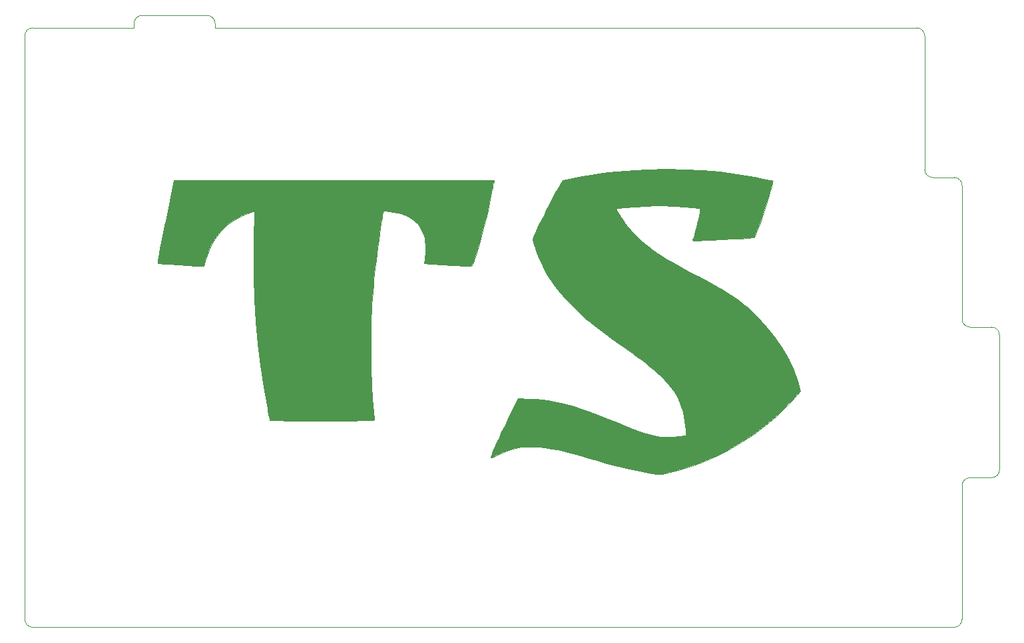
<source format=gbr>
%TF.GenerationSoftware,KiCad,Pcbnew,(6.0.0-rc1-dev-1291-g61b749f0b)*%
%TF.CreationDate,2018-12-05T20:52:08+02:00*%
%TF.ProjectId,TS48_left,54533438-5f6c-4656-9674-2e6b69636164,rev?*%
%TF.SameCoordinates,Original*%
%TF.FileFunction,Legend,Top*%
%TF.FilePolarity,Positive*%
%FSLAX46Y46*%
G04 Gerber Fmt 4.6, Leading zero omitted, Abs format (unit mm)*
G04 Created by KiCad (PCBNEW (6.0.0-rc1-dev-1291-g61b749f0b)) date 12/5/2018 8:52:08 PM*
%MOMM*%
%LPD*%
G01*
G04 APERTURE LIST*
%ADD10C,0.100000*%
%ADD11C,0.010000*%
G04 APERTURE END LIST*
D10*
X90995500Y-142938500D02*
X208153000Y-142938500D01*
X89979500Y-67627500D02*
X89979500Y-141922500D01*
X103886000Y-66611500D02*
X90995500Y-66611500D01*
X114173000Y-66611500D02*
X203390500Y-66611500D01*
X204406500Y-84645500D02*
X204406500Y-67627500D01*
X208153000Y-85661500D02*
X205422500Y-85661500D01*
X209169000Y-103695500D02*
X209169000Y-86677500D01*
X212915500Y-104711500D02*
X210185000Y-104711500D01*
X213931500Y-122872500D02*
X213931500Y-105727500D01*
X212915500Y-123888500D02*
X210185000Y-123888500D01*
X209169000Y-141922500D02*
X209169000Y-124904500D01*
X209169000Y-141922500D02*
G75*
G02X208151731Y-142939769I-1017269J0D01*
G01*
X90995500Y-142938500D02*
G75*
G02X89978231Y-141921231I0J1017269D01*
G01*
X89979500Y-67627500D02*
G75*
G02X90996769Y-66610231I1017269J0D01*
G01*
X114173000Y-66040000D02*
X114173000Y-66611500D01*
X104902000Y-65024000D02*
X113157000Y-65024000D01*
X103886000Y-66040000D02*
X103886000Y-66611500D01*
X103884731Y-66041269D02*
G75*
G02X104902000Y-65024000I1017269J0D01*
G01*
X113155731Y-65022731D02*
G75*
G02X114173000Y-66040000I0J-1017269D01*
G01*
X203389231Y-66610231D02*
G75*
G02X204406500Y-67627500I0J-1017269D01*
G01*
X205422500Y-85661500D02*
G75*
G02X204405231Y-84644231I0J1017269D01*
G01*
X208153000Y-85661500D02*
G75*
G02X209170269Y-86678769I0J-1017269D01*
G01*
X210185000Y-104711500D02*
G75*
G02X209167731Y-103694231I0J1017269D01*
G01*
X212915500Y-104711500D02*
G75*
G02X213932769Y-105728769I0J-1017269D01*
G01*
X209167731Y-124905769D02*
G75*
G02X210185000Y-123888500I1017269J0D01*
G01*
X213931500Y-122872500D02*
G75*
G02X212914231Y-123889769I-1017269J0D01*
G01*
D11*
G36*
X149608023Y-86184828D02*
X149577428Y-86331735D01*
X149519032Y-86618947D01*
X149439189Y-87014956D01*
X149344252Y-87488256D01*
X149250323Y-87958448D01*
X149063487Y-88860844D01*
X148851048Y-89827972D01*
X148623583Y-90815258D01*
X148391666Y-91778125D01*
X148165874Y-92671999D01*
X147956781Y-93452304D01*
X147894883Y-93671582D01*
X147750941Y-94160736D01*
X147590536Y-94684301D01*
X147423625Y-95212041D01*
X147260166Y-95713723D01*
X147110117Y-96159112D01*
X146983436Y-96517972D01*
X146890080Y-96760071D01*
X146850325Y-96843195D01*
X146809275Y-96877815D01*
X146724211Y-96902474D01*
X146577246Y-96917014D01*
X146350494Y-96921273D01*
X146026067Y-96915094D01*
X145586081Y-96898315D01*
X145012647Y-96870779D01*
X144287881Y-96832324D01*
X144027070Y-96818018D01*
X143338435Y-96779180D01*
X142695427Y-96741283D01*
X142121837Y-96705855D01*
X141641459Y-96674425D01*
X141278085Y-96648522D01*
X141055508Y-96629674D01*
X141008693Y-96624070D01*
X140733827Y-96581425D01*
X140825416Y-96211316D01*
X140884888Y-95842190D01*
X140918490Y-95357303D01*
X140927156Y-94808811D01*
X140911821Y-94248873D01*
X140873420Y-93729646D01*
X140812886Y-93303287D01*
X140770124Y-93126035D01*
X140442971Y-92323685D01*
X139982344Y-91633135D01*
X139391486Y-91056669D01*
X138673638Y-90596571D01*
X137832043Y-90255124D01*
X136869943Y-90034611D01*
X136281645Y-89964957D01*
X135931053Y-89938135D01*
X135717026Y-89934258D01*
X135601640Y-89960781D01*
X135546975Y-90025157D01*
X135520062Y-90114648D01*
X135460492Y-90402003D01*
X135384274Y-90841179D01*
X135294362Y-91409923D01*
X135193712Y-92085984D01*
X135085279Y-92847109D01*
X134972018Y-93671047D01*
X134856885Y-94535546D01*
X134742835Y-95418354D01*
X134632824Y-96297219D01*
X134529806Y-97149891D01*
X134436736Y-97954116D01*
X134356571Y-98687642D01*
X134292266Y-99328219D01*
X134282575Y-99432242D01*
X134103115Y-101853398D01*
X133996054Y-104395552D01*
X133961401Y-107020185D01*
X133999166Y-109688779D01*
X134109357Y-112362816D01*
X134278900Y-114845945D01*
X134320413Y-115358177D01*
X134356386Y-115813340D01*
X134384508Y-116181283D01*
X134402471Y-116431853D01*
X134408042Y-116531980D01*
X134323201Y-116553748D01*
X134079632Y-116573386D01*
X133693768Y-116590895D01*
X133182040Y-116606270D01*
X132560881Y-116619512D01*
X131846722Y-116630617D01*
X131055996Y-116639585D01*
X130205133Y-116646413D01*
X129310568Y-116651099D01*
X128388730Y-116653642D01*
X127456053Y-116654040D01*
X126528968Y-116652291D01*
X125623907Y-116648393D01*
X124757303Y-116642344D01*
X123945587Y-116634143D01*
X123205191Y-116623788D01*
X122552547Y-116611277D01*
X122004088Y-116596608D01*
X121576244Y-116579779D01*
X121285449Y-116560788D01*
X121148134Y-116539634D01*
X121139467Y-116533448D01*
X121110724Y-116413257D01*
X121055963Y-116153156D01*
X120981730Y-115785358D01*
X120894570Y-115342072D01*
X120841310Y-115066379D01*
X120351951Y-112310065D01*
X119946433Y-109566150D01*
X119622547Y-106807544D01*
X119378085Y-104007153D01*
X119210836Y-101137886D01*
X119118593Y-98172650D01*
X119099145Y-95084352D01*
X119110779Y-93843387D01*
X119163830Y-89918670D01*
X118968867Y-89977859D01*
X117774181Y-90426220D01*
X116688313Y-91010593D01*
X115715951Y-91726124D01*
X114861784Y-92567959D01*
X114130503Y-93531246D01*
X113526796Y-94611132D01*
X113055354Y-95802762D01*
X112926294Y-96231549D01*
X112730456Y-96934708D01*
X112204938Y-96928901D01*
X111880738Y-96920451D01*
X111448400Y-96902059D01*
X110933718Y-96875497D01*
X110362486Y-96842536D01*
X109760499Y-96804947D01*
X109153550Y-96764500D01*
X108567434Y-96722967D01*
X108027944Y-96682118D01*
X107560876Y-96643725D01*
X107192022Y-96609559D01*
X106947177Y-96581390D01*
X106852502Y-96561415D01*
X106858048Y-96466177D01*
X106896803Y-96214425D01*
X106965904Y-95821060D01*
X107062489Y-95300987D01*
X107183697Y-94669109D01*
X107326665Y-93940328D01*
X107488533Y-93129549D01*
X107666437Y-92251674D01*
X107857516Y-91321607D01*
X107874088Y-91241521D01*
X108961805Y-85987759D01*
X149651379Y-85987759D01*
X149608023Y-86184828D01*
X149608023Y-86184828D01*
G37*
X149608023Y-86184828D02*
X149577428Y-86331735D01*
X149519032Y-86618947D01*
X149439189Y-87014956D01*
X149344252Y-87488256D01*
X149250323Y-87958448D01*
X149063487Y-88860844D01*
X148851048Y-89827972D01*
X148623583Y-90815258D01*
X148391666Y-91778125D01*
X148165874Y-92671999D01*
X147956781Y-93452304D01*
X147894883Y-93671582D01*
X147750941Y-94160736D01*
X147590536Y-94684301D01*
X147423625Y-95212041D01*
X147260166Y-95713723D01*
X147110117Y-96159112D01*
X146983436Y-96517972D01*
X146890080Y-96760071D01*
X146850325Y-96843195D01*
X146809275Y-96877815D01*
X146724211Y-96902474D01*
X146577246Y-96917014D01*
X146350494Y-96921273D01*
X146026067Y-96915094D01*
X145586081Y-96898315D01*
X145012647Y-96870779D01*
X144287881Y-96832324D01*
X144027070Y-96818018D01*
X143338435Y-96779180D01*
X142695427Y-96741283D01*
X142121837Y-96705855D01*
X141641459Y-96674425D01*
X141278085Y-96648522D01*
X141055508Y-96629674D01*
X141008693Y-96624070D01*
X140733827Y-96581425D01*
X140825416Y-96211316D01*
X140884888Y-95842190D01*
X140918490Y-95357303D01*
X140927156Y-94808811D01*
X140911821Y-94248873D01*
X140873420Y-93729646D01*
X140812886Y-93303287D01*
X140770124Y-93126035D01*
X140442971Y-92323685D01*
X139982344Y-91633135D01*
X139391486Y-91056669D01*
X138673638Y-90596571D01*
X137832043Y-90255124D01*
X136869943Y-90034611D01*
X136281645Y-89964957D01*
X135931053Y-89938135D01*
X135717026Y-89934258D01*
X135601640Y-89960781D01*
X135546975Y-90025157D01*
X135520062Y-90114648D01*
X135460492Y-90402003D01*
X135384274Y-90841179D01*
X135294362Y-91409923D01*
X135193712Y-92085984D01*
X135085279Y-92847109D01*
X134972018Y-93671047D01*
X134856885Y-94535546D01*
X134742835Y-95418354D01*
X134632824Y-96297219D01*
X134529806Y-97149891D01*
X134436736Y-97954116D01*
X134356571Y-98687642D01*
X134292266Y-99328219D01*
X134282575Y-99432242D01*
X134103115Y-101853398D01*
X133996054Y-104395552D01*
X133961401Y-107020185D01*
X133999166Y-109688779D01*
X134109357Y-112362816D01*
X134278900Y-114845945D01*
X134320413Y-115358177D01*
X134356386Y-115813340D01*
X134384508Y-116181283D01*
X134402471Y-116431853D01*
X134408042Y-116531980D01*
X134323201Y-116553748D01*
X134079632Y-116573386D01*
X133693768Y-116590895D01*
X133182040Y-116606270D01*
X132560881Y-116619512D01*
X131846722Y-116630617D01*
X131055996Y-116639585D01*
X130205133Y-116646413D01*
X129310568Y-116651099D01*
X128388730Y-116653642D01*
X127456053Y-116654040D01*
X126528968Y-116652291D01*
X125623907Y-116648393D01*
X124757303Y-116642344D01*
X123945587Y-116634143D01*
X123205191Y-116623788D01*
X122552547Y-116611277D01*
X122004088Y-116596608D01*
X121576244Y-116579779D01*
X121285449Y-116560788D01*
X121148134Y-116539634D01*
X121139467Y-116533448D01*
X121110724Y-116413257D01*
X121055963Y-116153156D01*
X120981730Y-115785358D01*
X120894570Y-115342072D01*
X120841310Y-115066379D01*
X120351951Y-112310065D01*
X119946433Y-109566150D01*
X119622547Y-106807544D01*
X119378085Y-104007153D01*
X119210836Y-101137886D01*
X119118593Y-98172650D01*
X119099145Y-95084352D01*
X119110779Y-93843387D01*
X119163830Y-89918670D01*
X118968867Y-89977859D01*
X117774181Y-90426220D01*
X116688313Y-91010593D01*
X115715951Y-91726124D01*
X114861784Y-92567959D01*
X114130503Y-93531246D01*
X113526796Y-94611132D01*
X113055354Y-95802762D01*
X112926294Y-96231549D01*
X112730456Y-96934708D01*
X112204938Y-96928901D01*
X111880738Y-96920451D01*
X111448400Y-96902059D01*
X110933718Y-96875497D01*
X110362486Y-96842536D01*
X109760499Y-96804947D01*
X109153550Y-96764500D01*
X108567434Y-96722967D01*
X108027944Y-96682118D01*
X107560876Y-96643725D01*
X107192022Y-96609559D01*
X106947177Y-96581390D01*
X106852502Y-96561415D01*
X106858048Y-96466177D01*
X106896803Y-96214425D01*
X106965904Y-95821060D01*
X107062489Y-95300987D01*
X107183697Y-94669109D01*
X107326665Y-93940328D01*
X107488533Y-93129549D01*
X107666437Y-92251674D01*
X107857516Y-91321607D01*
X107874088Y-91241521D01*
X108961805Y-85987759D01*
X149651379Y-85987759D01*
X149608023Y-86184828D01*
G36*
X173876188Y-84639529D02*
X176115125Y-84753201D01*
X178320346Y-84953291D01*
X180533124Y-85243073D01*
X182794731Y-85625817D01*
X183798431Y-85820986D01*
X184244131Y-85910526D01*
X184624031Y-85986261D01*
X184907394Y-86042110D01*
X185063487Y-86071990D01*
X185083976Y-86075345D01*
X185071664Y-86154850D01*
X185021446Y-86372978D01*
X184940750Y-86699147D01*
X184837004Y-87102774D01*
X184802110Y-87235862D01*
X184527639Y-88216947D01*
X184200985Y-89284775D01*
X183844073Y-90372225D01*
X183478829Y-91412171D01*
X183175787Y-92214771D01*
X182742063Y-93317991D01*
X180975225Y-93423469D01*
X180370846Y-93458219D01*
X179696724Y-93494715D01*
X178980839Y-93531654D01*
X178251171Y-93567730D01*
X177535700Y-93601640D01*
X176862405Y-93632079D01*
X176259266Y-93657743D01*
X175754262Y-93677329D01*
X175375375Y-93689531D01*
X175191947Y-93693045D01*
X174977194Y-93683301D01*
X174900111Y-93636473D01*
X174919690Y-93542069D01*
X175011748Y-93290571D01*
X175122541Y-92931341D01*
X175245186Y-92493407D01*
X175372801Y-92005794D01*
X175498506Y-91497528D01*
X175615417Y-90997634D01*
X175716654Y-90535140D01*
X175795333Y-90139071D01*
X175844574Y-89838453D01*
X175857494Y-89662312D01*
X175847359Y-89629410D01*
X175726624Y-89600900D01*
X175459361Y-89564012D01*
X175073876Y-89521196D01*
X174598479Y-89474898D01*
X174061477Y-89427566D01*
X173491179Y-89381648D01*
X172915893Y-89339591D01*
X172363928Y-89303844D01*
X171863591Y-89276853D01*
X171675973Y-89268730D01*
X171160526Y-89257024D01*
X170566921Y-89257896D01*
X169917164Y-89269963D01*
X169233257Y-89291840D01*
X168537206Y-89322145D01*
X167851016Y-89359494D01*
X167196690Y-89402504D01*
X166596234Y-89449791D01*
X166071652Y-89499972D01*
X165644948Y-89551663D01*
X165338127Y-89603482D01*
X165173194Y-89654044D01*
X165150800Y-89678958D01*
X165199602Y-89799217D01*
X165333763Y-90032274D01*
X165534912Y-90349768D01*
X165784682Y-90723337D01*
X166064703Y-91124619D01*
X166277185Y-91418104D01*
X166692840Y-91940144D01*
X167206779Y-92520311D01*
X167775461Y-93113919D01*
X168355341Y-93676282D01*
X168902876Y-94162716D01*
X169135973Y-94351864D01*
X169718561Y-94791560D01*
X170340123Y-95228991D01*
X171018301Y-95674791D01*
X171770737Y-96139596D01*
X172615072Y-96634038D01*
X173568947Y-97168752D01*
X174650005Y-97754373D01*
X175711075Y-98315312D01*
X176857278Y-98923650D01*
X177861537Y-99475385D01*
X178742791Y-99983208D01*
X179519978Y-100459815D01*
X180212037Y-100917897D01*
X180837906Y-101370147D01*
X181416525Y-101829259D01*
X181966833Y-102307927D01*
X182507767Y-102818842D01*
X182670229Y-102979483D01*
X184024966Y-104416434D01*
X185206422Y-105850595D01*
X186216394Y-107284872D01*
X187056681Y-108722170D01*
X187729081Y-110165396D01*
X188235391Y-111617456D01*
X188401743Y-112242197D01*
X188555419Y-112877670D01*
X188071128Y-113469617D01*
X186936441Y-114743025D01*
X185648375Y-115984652D01*
X184227802Y-117180660D01*
X182695593Y-118317208D01*
X181072621Y-119380455D01*
X179379757Y-120356561D01*
X177637875Y-121231686D01*
X175867845Y-121991990D01*
X174434938Y-122511799D01*
X173366582Y-122850297D01*
X172430760Y-123112304D01*
X171632626Y-123296688D01*
X170977332Y-123402316D01*
X170470031Y-123428057D01*
X170318387Y-123416808D01*
X169287420Y-123266247D01*
X168116714Y-123048528D01*
X166826305Y-122768299D01*
X165436230Y-122430213D01*
X163966527Y-122038918D01*
X162437232Y-121599066D01*
X162267112Y-121548182D01*
X160938842Y-121157979D01*
X159755131Y-120829502D01*
X158698037Y-120559061D01*
X157749617Y-120342971D01*
X156891930Y-120177543D01*
X156107034Y-120059090D01*
X155376986Y-119983924D01*
X154683843Y-119948358D01*
X154465283Y-119944725D01*
X153953678Y-119949648D01*
X153461487Y-119970693D01*
X153041465Y-120004725D01*
X152757352Y-120046226D01*
X152016150Y-120237120D01*
X151226244Y-120498356D01*
X150467335Y-120801425D01*
X149932697Y-121056618D01*
X149621017Y-121211735D01*
X149376872Y-121317018D01*
X149233708Y-121358915D01*
X149210111Y-121349380D01*
X149247247Y-121197807D01*
X149353106Y-120907679D01*
X149519363Y-120497758D01*
X149737693Y-119986809D01*
X149999770Y-119393593D01*
X150297271Y-118736874D01*
X150621869Y-118035415D01*
X150965241Y-117307978D01*
X151319060Y-116573328D01*
X151429896Y-116346376D01*
X152669766Y-113816373D01*
X154202525Y-113866119D01*
X154998360Y-113903458D01*
X155767527Y-113965600D01*
X156526045Y-114057030D01*
X157289929Y-114182239D01*
X158075198Y-114345714D01*
X158897869Y-114551942D01*
X159773959Y-114805413D01*
X160719485Y-115110614D01*
X161750465Y-115472034D01*
X162882916Y-115894161D01*
X164132855Y-116381482D01*
X165516300Y-116938487D01*
X166271080Y-117247812D01*
X167294652Y-117659158D01*
X168188309Y-117993517D01*
X168976677Y-118256383D01*
X169684381Y-118453247D01*
X170336045Y-118589602D01*
X170956296Y-118670943D01*
X171569757Y-118702760D01*
X172201055Y-118690548D01*
X172615545Y-118663003D01*
X173039909Y-118624943D01*
X173420711Y-118584502D01*
X173711436Y-118546988D01*
X173849959Y-118522141D01*
X173975762Y-118482988D01*
X174042725Y-118416840D01*
X174063519Y-118280608D01*
X174050816Y-118031203D01*
X174038441Y-117881181D01*
X173898752Y-116674869D01*
X173686447Y-115602495D01*
X173387064Y-114633660D01*
X172986146Y-113737964D01*
X172469232Y-112885007D01*
X171821864Y-112044388D01*
X171029581Y-111185707D01*
X170698336Y-110858802D01*
X170311678Y-110489148D01*
X169955574Y-110159330D01*
X169608542Y-109852365D01*
X169249101Y-109551271D01*
X168855769Y-109239063D01*
X168407067Y-108898760D01*
X167881511Y-108513377D01*
X167257621Y-108065934D01*
X166513916Y-107539446D01*
X166383502Y-107447535D01*
X165365502Y-106726769D01*
X164475040Y-106087416D01*
X163693349Y-105514558D01*
X163001659Y-104993279D01*
X162381200Y-104508662D01*
X161813206Y-104045790D01*
X161278906Y-103589745D01*
X160759531Y-103125612D01*
X160236313Y-102638471D01*
X159772946Y-102193626D01*
X158874853Y-101288771D01*
X158103051Y-100435699D01*
X157431012Y-99600571D01*
X156832209Y-98749545D01*
X156280113Y-97848781D01*
X156063452Y-97461552D01*
X155814163Y-96968720D01*
X155537868Y-96362484D01*
X155257328Y-95697394D01*
X154995305Y-95028001D01*
X154774561Y-94408854D01*
X154720164Y-94242239D01*
X154618063Y-93901275D01*
X154571512Y-93668379D01*
X154575392Y-93487292D01*
X154624582Y-93301752D01*
X154632492Y-93278791D01*
X154720581Y-93063415D01*
X154878086Y-92716409D01*
X155093215Y-92261354D01*
X155354173Y-91721829D01*
X155649168Y-91121415D01*
X155966406Y-90483693D01*
X156294093Y-89832243D01*
X156620437Y-89190645D01*
X156933643Y-88582480D01*
X157221919Y-88031329D01*
X157473471Y-87560771D01*
X157668404Y-87208611D01*
X158343920Y-86020842D01*
X159667188Y-85743161D01*
X160858010Y-85503072D01*
X161971058Y-85301169D01*
X163042028Y-85133360D01*
X164106621Y-84995554D01*
X165200536Y-84883658D01*
X166359469Y-84793583D01*
X167619122Y-84721235D01*
X169015191Y-84662524D01*
X169132072Y-84658356D01*
X171562261Y-84609005D01*
X173876188Y-84639529D01*
X173876188Y-84639529D01*
G37*
X173876188Y-84639529D02*
X176115125Y-84753201D01*
X178320346Y-84953291D01*
X180533124Y-85243073D01*
X182794731Y-85625817D01*
X183798431Y-85820986D01*
X184244131Y-85910526D01*
X184624031Y-85986261D01*
X184907394Y-86042110D01*
X185063487Y-86071990D01*
X185083976Y-86075345D01*
X185071664Y-86154850D01*
X185021446Y-86372978D01*
X184940750Y-86699147D01*
X184837004Y-87102774D01*
X184802110Y-87235862D01*
X184527639Y-88216947D01*
X184200985Y-89284775D01*
X183844073Y-90372225D01*
X183478829Y-91412171D01*
X183175787Y-92214771D01*
X182742063Y-93317991D01*
X180975225Y-93423469D01*
X180370846Y-93458219D01*
X179696724Y-93494715D01*
X178980839Y-93531654D01*
X178251171Y-93567730D01*
X177535700Y-93601640D01*
X176862405Y-93632079D01*
X176259266Y-93657743D01*
X175754262Y-93677329D01*
X175375375Y-93689531D01*
X175191947Y-93693045D01*
X174977194Y-93683301D01*
X174900111Y-93636473D01*
X174919690Y-93542069D01*
X175011748Y-93290571D01*
X175122541Y-92931341D01*
X175245186Y-92493407D01*
X175372801Y-92005794D01*
X175498506Y-91497528D01*
X175615417Y-90997634D01*
X175716654Y-90535140D01*
X175795333Y-90139071D01*
X175844574Y-89838453D01*
X175857494Y-89662312D01*
X175847359Y-89629410D01*
X175726624Y-89600900D01*
X175459361Y-89564012D01*
X175073876Y-89521196D01*
X174598479Y-89474898D01*
X174061477Y-89427566D01*
X173491179Y-89381648D01*
X172915893Y-89339591D01*
X172363928Y-89303844D01*
X171863591Y-89276853D01*
X171675973Y-89268730D01*
X171160526Y-89257024D01*
X170566921Y-89257896D01*
X169917164Y-89269963D01*
X169233257Y-89291840D01*
X168537206Y-89322145D01*
X167851016Y-89359494D01*
X167196690Y-89402504D01*
X166596234Y-89449791D01*
X166071652Y-89499972D01*
X165644948Y-89551663D01*
X165338127Y-89603482D01*
X165173194Y-89654044D01*
X165150800Y-89678958D01*
X165199602Y-89799217D01*
X165333763Y-90032274D01*
X165534912Y-90349768D01*
X165784682Y-90723337D01*
X166064703Y-91124619D01*
X166277185Y-91418104D01*
X166692840Y-91940144D01*
X167206779Y-92520311D01*
X167775461Y-93113919D01*
X168355341Y-93676282D01*
X168902876Y-94162716D01*
X169135973Y-94351864D01*
X169718561Y-94791560D01*
X170340123Y-95228991D01*
X171018301Y-95674791D01*
X171770737Y-96139596D01*
X172615072Y-96634038D01*
X173568947Y-97168752D01*
X174650005Y-97754373D01*
X175711075Y-98315312D01*
X176857278Y-98923650D01*
X177861537Y-99475385D01*
X178742791Y-99983208D01*
X179519978Y-100459815D01*
X180212037Y-100917897D01*
X180837906Y-101370147D01*
X181416525Y-101829259D01*
X181966833Y-102307927D01*
X182507767Y-102818842D01*
X182670229Y-102979483D01*
X184024966Y-104416434D01*
X185206422Y-105850595D01*
X186216394Y-107284872D01*
X187056681Y-108722170D01*
X187729081Y-110165396D01*
X188235391Y-111617456D01*
X188401743Y-112242197D01*
X188555419Y-112877670D01*
X188071128Y-113469617D01*
X186936441Y-114743025D01*
X185648375Y-115984652D01*
X184227802Y-117180660D01*
X182695593Y-118317208D01*
X181072621Y-119380455D01*
X179379757Y-120356561D01*
X177637875Y-121231686D01*
X175867845Y-121991990D01*
X174434938Y-122511799D01*
X173366582Y-122850297D01*
X172430760Y-123112304D01*
X171632626Y-123296688D01*
X170977332Y-123402316D01*
X170470031Y-123428057D01*
X170318387Y-123416808D01*
X169287420Y-123266247D01*
X168116714Y-123048528D01*
X166826305Y-122768299D01*
X165436230Y-122430213D01*
X163966527Y-122038918D01*
X162437232Y-121599066D01*
X162267112Y-121548182D01*
X160938842Y-121157979D01*
X159755131Y-120829502D01*
X158698037Y-120559061D01*
X157749617Y-120342971D01*
X156891930Y-120177543D01*
X156107034Y-120059090D01*
X155376986Y-119983924D01*
X154683843Y-119948358D01*
X154465283Y-119944725D01*
X153953678Y-119949648D01*
X153461487Y-119970693D01*
X153041465Y-120004725D01*
X152757352Y-120046226D01*
X152016150Y-120237120D01*
X151226244Y-120498356D01*
X150467335Y-120801425D01*
X149932697Y-121056618D01*
X149621017Y-121211735D01*
X149376872Y-121317018D01*
X149233708Y-121358915D01*
X149210111Y-121349380D01*
X149247247Y-121197807D01*
X149353106Y-120907679D01*
X149519363Y-120497758D01*
X149737693Y-119986809D01*
X149999770Y-119393593D01*
X150297271Y-118736874D01*
X150621869Y-118035415D01*
X150965241Y-117307978D01*
X151319060Y-116573328D01*
X151429896Y-116346376D01*
X152669766Y-113816373D01*
X154202525Y-113866119D01*
X154998360Y-113903458D01*
X155767527Y-113965600D01*
X156526045Y-114057030D01*
X157289929Y-114182239D01*
X158075198Y-114345714D01*
X158897869Y-114551942D01*
X159773959Y-114805413D01*
X160719485Y-115110614D01*
X161750465Y-115472034D01*
X162882916Y-115894161D01*
X164132855Y-116381482D01*
X165516300Y-116938487D01*
X166271080Y-117247812D01*
X167294652Y-117659158D01*
X168188309Y-117993517D01*
X168976677Y-118256383D01*
X169684381Y-118453247D01*
X170336045Y-118589602D01*
X170956296Y-118670943D01*
X171569757Y-118702760D01*
X172201055Y-118690548D01*
X172615545Y-118663003D01*
X173039909Y-118624943D01*
X173420711Y-118584502D01*
X173711436Y-118546988D01*
X173849959Y-118522141D01*
X173975762Y-118482988D01*
X174042725Y-118416840D01*
X174063519Y-118280608D01*
X174050816Y-118031203D01*
X174038441Y-117881181D01*
X173898752Y-116674869D01*
X173686447Y-115602495D01*
X173387064Y-114633660D01*
X172986146Y-113737964D01*
X172469232Y-112885007D01*
X171821864Y-112044388D01*
X171029581Y-111185707D01*
X170698336Y-110858802D01*
X170311678Y-110489148D01*
X169955574Y-110159330D01*
X169608542Y-109852365D01*
X169249101Y-109551271D01*
X168855769Y-109239063D01*
X168407067Y-108898760D01*
X167881511Y-108513377D01*
X167257621Y-108065934D01*
X166513916Y-107539446D01*
X166383502Y-107447535D01*
X165365502Y-106726769D01*
X164475040Y-106087416D01*
X163693349Y-105514558D01*
X163001659Y-104993279D01*
X162381200Y-104508662D01*
X161813206Y-104045790D01*
X161278906Y-103589745D01*
X160759531Y-103125612D01*
X160236313Y-102638471D01*
X159772946Y-102193626D01*
X158874853Y-101288771D01*
X158103051Y-100435699D01*
X157431012Y-99600571D01*
X156832209Y-98749545D01*
X156280113Y-97848781D01*
X156063452Y-97461552D01*
X155814163Y-96968720D01*
X155537868Y-96362484D01*
X155257328Y-95697394D01*
X154995305Y-95028001D01*
X154774561Y-94408854D01*
X154720164Y-94242239D01*
X154618063Y-93901275D01*
X154571512Y-93668379D01*
X154575392Y-93487292D01*
X154624582Y-93301752D01*
X154632492Y-93278791D01*
X154720581Y-93063415D01*
X154878086Y-92716409D01*
X155093215Y-92261354D01*
X155354173Y-91721829D01*
X155649168Y-91121415D01*
X155966406Y-90483693D01*
X156294093Y-89832243D01*
X156620437Y-89190645D01*
X156933643Y-88582480D01*
X157221919Y-88031329D01*
X157473471Y-87560771D01*
X157668404Y-87208611D01*
X158343920Y-86020842D01*
X159667188Y-85743161D01*
X160858010Y-85503072D01*
X161971058Y-85301169D01*
X163042028Y-85133360D01*
X164106621Y-84995554D01*
X165200536Y-84883658D01*
X166359469Y-84793583D01*
X167619122Y-84721235D01*
X169015191Y-84662524D01*
X169132072Y-84658356D01*
X171562261Y-84609005D01*
X173876188Y-84639529D01*
M02*

</source>
